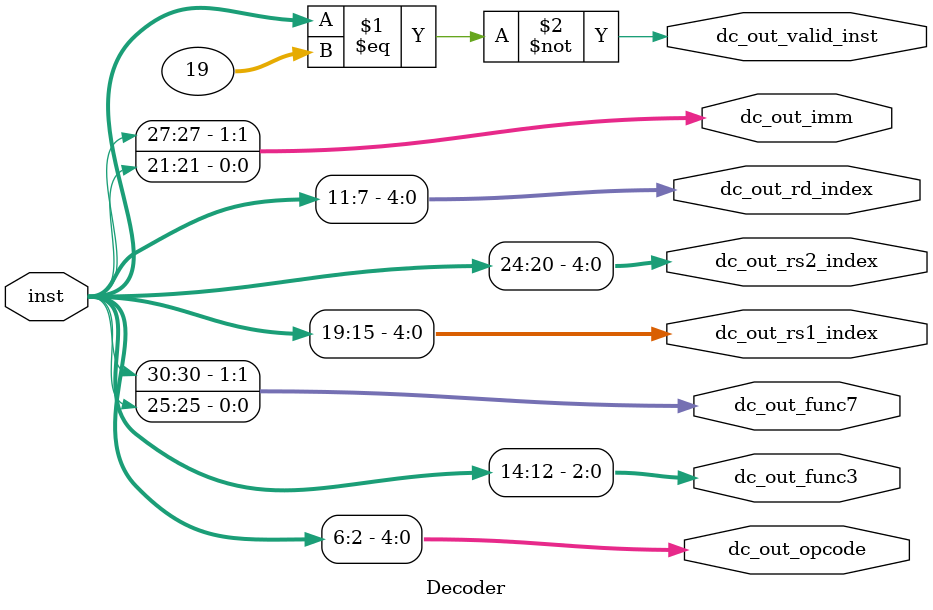
<source format=sv>
module Decoder (
    input [31:0] inst,
    output logic [4:0] dc_out_opcode,
    output logic [2:0] dc_out_func3,
    // output logic       dc_out_func5,
    output logic [1:0] dc_out_func7,
    output logic [4:0] dc_out_rs1_index,
    output logic [4:0] dc_out_rs2_index,
    output logic [4:0] dc_out_rd_index,
    output logic [1:0] dc_out_imm,
    output logic dc_out_valid_inst // valid instruction
);

    assign dc_out_opcode = inst[6:2];

    assign dc_out_func3 = inst[14:12];
    
    assign dc_out_func7 = {inst[30], inst[25]};

    assign dc_out_rs1_index = inst[19:15];
    assign dc_out_rs2_index = inst[24:20];

    assign dc_out_rd_index = inst[11:7];

    // F type FADD, FSUB
    // assign dc_out_func5 = inst[27]; = imm[1]
    // CSR type
    assign dc_out_imm = {inst[27], inst[21]};

    assign dc_out_valid_inst = ~(inst == 32'h00000013); // NOP addi x0, x0, 0

endmodule

</source>
